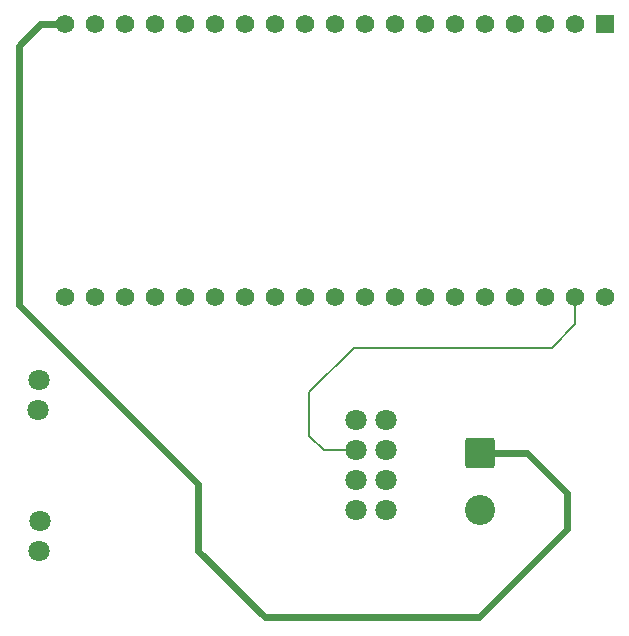
<source format=gbr>
%TF.GenerationSoftware,KiCad,Pcbnew,8.0.6*%
%TF.CreationDate,2025-03-02T18:23:20-07:00*%
%TF.ProjectId,Pit Radio,50697420-5261-4646-996f-2e6b69636164,rev?*%
%TF.SameCoordinates,Original*%
%TF.FileFunction,Copper,L2,Bot*%
%TF.FilePolarity,Positive*%
%FSLAX46Y46*%
G04 Gerber Fmt 4.6, Leading zero omitted, Abs format (unit mm)*
G04 Created by KiCad (PCBNEW 8.0.6) date 2025-03-02 18:23:20*
%MOMM*%
%LPD*%
G01*
G04 APERTURE LIST*
G04 Aperture macros list*
%AMRoundRect*
0 Rectangle with rounded corners*
0 $1 Rounding radius*
0 $2 $3 $4 $5 $6 $7 $8 $9 X,Y pos of 4 corners*
0 Add a 4 corners polygon primitive as box body*
4,1,4,$2,$3,$4,$5,$6,$7,$8,$9,$2,$3,0*
0 Add four circle primitives for the rounded corners*
1,1,$1+$1,$2,$3*
1,1,$1+$1,$4,$5*
1,1,$1+$1,$6,$7*
1,1,$1+$1,$8,$9*
0 Add four rect primitives between the rounded corners*
20,1,$1+$1,$2,$3,$4,$5,0*
20,1,$1+$1,$4,$5,$6,$7,0*
20,1,$1+$1,$6,$7,$8,$9,0*
20,1,$1+$1,$8,$9,$2,$3,0*%
G04 Aperture macros list end*
%TA.AperFunction,ComponentPad*%
%ADD10RoundRect,0.249999X-1.025001X1.025001X-1.025001X-1.025001X1.025001X-1.025001X1.025001X1.025001X0*%
%TD*%
%TA.AperFunction,ComponentPad*%
%ADD11C,2.550000*%
%TD*%
%TA.AperFunction,ComponentPad*%
%ADD12R,1.560000X1.560000*%
%TD*%
%TA.AperFunction,ComponentPad*%
%ADD13C,1.560000*%
%TD*%
%TA.AperFunction,ComponentPad*%
%ADD14C,1.800000*%
%TD*%
%TA.AperFunction,Conductor*%
%ADD15C,0.600000*%
%TD*%
%TA.AperFunction,Conductor*%
%ADD16C,0.200000*%
%TD*%
G04 APERTURE END LIST*
D10*
%TO.P,J1,1,Pin_1*%
%TO.N,+5V*%
X136100000Y-134680000D03*
D11*
%TO.P,J1,2,Pin_2*%
%TO.N,GND*%
X136100000Y-139480000D03*
%TD*%
D12*
%TO.P,UNIT_1,J2-1,3V3*%
%TO.N,3V3*%
X146730000Y-98390000D03*
D13*
%TO.P,UNIT_1,J2-2,EN*%
%TO.N,unconnected-(UNIT_1-EN-PadJ2-2)*%
X144190000Y-98390000D03*
%TO.P,UNIT_1,J2-3,SENSOR_VP*%
%TO.N,unconnected-(UNIT_1-SENSOR_VP-PadJ2-3)*%
X141650000Y-98390000D03*
%TO.P,UNIT_1,J2-4,SENSOR_VN*%
%TO.N,unconnected-(UNIT_1-SENSOR_VN-PadJ2-4)*%
X139110000Y-98390000D03*
%TO.P,UNIT_1,J2-5,IO34*%
%TO.N,unconnected-(UNIT_1-IO34-PadJ2-5)*%
X136570000Y-98390000D03*
%TO.P,UNIT_1,J2-6,IO35*%
%TO.N,unconnected-(UNIT_1-IO35-PadJ2-6)*%
X134030000Y-98390000D03*
%TO.P,UNIT_1,J2-7,IO32*%
%TO.N,unconnected-(UNIT_1-IO32-PadJ2-7)*%
X131490000Y-98390000D03*
%TO.P,UNIT_1,J2-8,IO33*%
%TO.N,unconnected-(UNIT_1-IO33-PadJ2-8)*%
X128950000Y-98390000D03*
%TO.P,UNIT_1,J2-9,IO25*%
%TO.N,unconnected-(UNIT_1-IO25-PadJ2-9)*%
X126410000Y-98390000D03*
%TO.P,UNIT_1,J2-10,IO26*%
%TO.N,unconnected-(UNIT_1-IO26-PadJ2-10)*%
X123870000Y-98390000D03*
%TO.P,UNIT_1,J2-11,IO27*%
%TO.N,unconnected-(UNIT_1-IO27-PadJ2-11)*%
X121330000Y-98390000D03*
%TO.P,UNIT_1,J2-12,IO14*%
%TO.N,unconnected-(UNIT_1-IO14-PadJ2-12)*%
X118790000Y-98390000D03*
%TO.P,UNIT_1,J2-13,IO12*%
%TO.N,unconnected-(UNIT_1-IO12-PadJ2-13)*%
X116250000Y-98390000D03*
%TO.P,UNIT_1,J2-14,GND1*%
%TO.N,GND*%
X113710000Y-98390000D03*
%TO.P,UNIT_1,J2-15,IO13*%
%TO.N,unconnected-(UNIT_1-IO13-PadJ2-15)*%
X111170000Y-98390000D03*
%TO.P,UNIT_1,J2-16,SD2*%
%TO.N,unconnected-(UNIT_1-SD2-PadJ2-16)*%
X108630000Y-98390000D03*
%TO.P,UNIT_1,J2-17,SD3*%
%TO.N,unconnected-(UNIT_1-SD3-PadJ2-17)*%
X106090000Y-98390000D03*
%TO.P,UNIT_1,J2-18,CMD*%
%TO.N,unconnected-(UNIT_1-CMD-PadJ2-18)*%
X103550000Y-98390000D03*
%TO.P,UNIT_1,J2-19,EXT_5V*%
%TO.N,+5V*%
X101010000Y-98390000D03*
%TO.P,UNIT_1,J3-1,GND3*%
%TO.N,GND*%
X146710000Y-121430000D03*
%TO.P,UNIT_1,J3-2,IO23*%
%TO.N,SI*%
X144170000Y-121430000D03*
%TO.P,UNIT_1,J3-3,IO22*%
%TO.N,unconnected-(UNIT_1-IO22-PadJ3-3)*%
X141630000Y-121430000D03*
%TO.P,UNIT_1,J3-4,TXD0*%
%TO.N,unconnected-(UNIT_1-TXD0-PadJ3-4)*%
X139090000Y-121430000D03*
%TO.P,UNIT_1,J3-5,RXD0*%
%TO.N,unconnected-(UNIT_1-RXD0-PadJ3-5)*%
X136550000Y-121430000D03*
%TO.P,UNIT_1,J3-6,IO21*%
%TO.N,unconnected-(UNIT_1-IO21-PadJ3-6)*%
X134010000Y-121430000D03*
%TO.P,UNIT_1,J3-7,GND2*%
%TO.N,GND*%
X131470000Y-121430000D03*
%TO.P,UNIT_1,J3-8,IO19*%
%TO.N,SO*%
X128930000Y-121430000D03*
%TO.P,UNIT_1,J3-9,IO18*%
%TO.N,SCK*%
X126390000Y-121430000D03*
%TO.P,UNIT_1,J3-10,IO5*%
%TO.N,CE*%
X123850000Y-121430000D03*
%TO.P,UNIT_1,J3-11,IO17*%
%TO.N,unconnected-(UNIT_1-IO17-PadJ3-11)*%
X121310000Y-121430000D03*
%TO.P,UNIT_1,J3-12,IO16*%
%TO.N,CSN*%
X118770000Y-121430000D03*
%TO.P,UNIT_1,J3-13,IO4*%
%TO.N,unconnected-(UNIT_1-IO4-PadJ3-13)*%
X116230000Y-121430000D03*
%TO.P,UNIT_1,J3-14,IO0*%
%TO.N,unconnected-(UNIT_1-IO0-PadJ3-14)*%
X113690000Y-121430000D03*
%TO.P,UNIT_1,J3-15,IO2*%
%TO.N,unconnected-(UNIT_1-IO2-PadJ3-15)*%
X111150000Y-121430000D03*
%TO.P,UNIT_1,J3-16,IO15*%
%TO.N,unconnected-(UNIT_1-IO15-PadJ3-16)*%
X108610000Y-121430000D03*
%TO.P,UNIT_1,J3-17,SD1*%
%TO.N,unconnected-(UNIT_1-SD1-PadJ3-17)*%
X106070000Y-121430000D03*
%TO.P,UNIT_1,J3-18,SD0*%
%TO.N,unconnected-(UNIT_1-SD0-PadJ3-18)*%
X103530000Y-121430000D03*
%TO.P,UNIT_1,J3-19,CLK*%
%TO.N,unconnected-(UNIT_1-CLK-PadJ3-19)*%
X100990000Y-121430000D03*
%TD*%
D14*
%TO.P,U2,1,GND*%
%TO.N,GND*%
X128165000Y-139530000D03*
%TO.P,U2,2,VCC*%
%TO.N,3V3*%
X125625000Y-139530000D03*
%TO.P,U2,3,CE*%
%TO.N,CE*%
X128165000Y-136990000D03*
%TO.P,U2,4,CSN*%
%TO.N,CSN*%
X125625000Y-136990000D03*
%TO.P,U2,5,SCK*%
%TO.N,SCK*%
X128165000Y-134450000D03*
%TO.P,U2,6,MOSI*%
%TO.N,SI*%
X125625000Y-134450000D03*
%TO.P,U2,7,MISO*%
%TO.N,SO*%
X128165000Y-131910000D03*
%TO.P,U2,8,IRQ*%
%TO.N,unconnected-(U2-IRQ-Pad8)*%
X125625000Y-131910000D03*
%TO.P,U2,9*%
%TO.N,N/C*%
X98775000Y-128480000D03*
X98835000Y-140470000D03*
%TO.P,U2,10*%
X98715000Y-131020000D03*
X98775000Y-143010000D03*
%TD*%
D15*
%TO.N,+5V*%
X136100000Y-134680000D02*
X140100000Y-134680000D01*
X143520000Y-141080000D02*
X136010000Y-148590000D01*
X112250000Y-142940000D02*
X112250000Y-137340000D01*
X140100000Y-134680000D02*
X143520000Y-138100000D01*
X117900000Y-148590000D02*
X112250000Y-142940000D01*
X143520000Y-138100000D02*
X143520000Y-141080000D01*
X136010000Y-148590000D02*
X117900000Y-148590000D01*
X112250000Y-137340000D02*
X97048572Y-122138572D01*
X97048572Y-122138572D02*
X97048572Y-100231428D01*
X98890000Y-98390000D02*
X101010000Y-98390000D01*
X97048572Y-100231428D02*
X98890000Y-98390000D01*
D16*
%TO.N,SI*%
X144170000Y-123790000D02*
X144170000Y-121430000D01*
X125625000Y-134450000D02*
X122870000Y-134450000D01*
X121640000Y-129520000D02*
X125410000Y-125750000D01*
X125410000Y-125750000D02*
X142210000Y-125750000D01*
X121640000Y-133220000D02*
X121640000Y-129520000D01*
X122870000Y-134450000D02*
X121640000Y-133220000D01*
X142210000Y-125750000D02*
X144170000Y-123790000D01*
%TD*%
M02*

</source>
